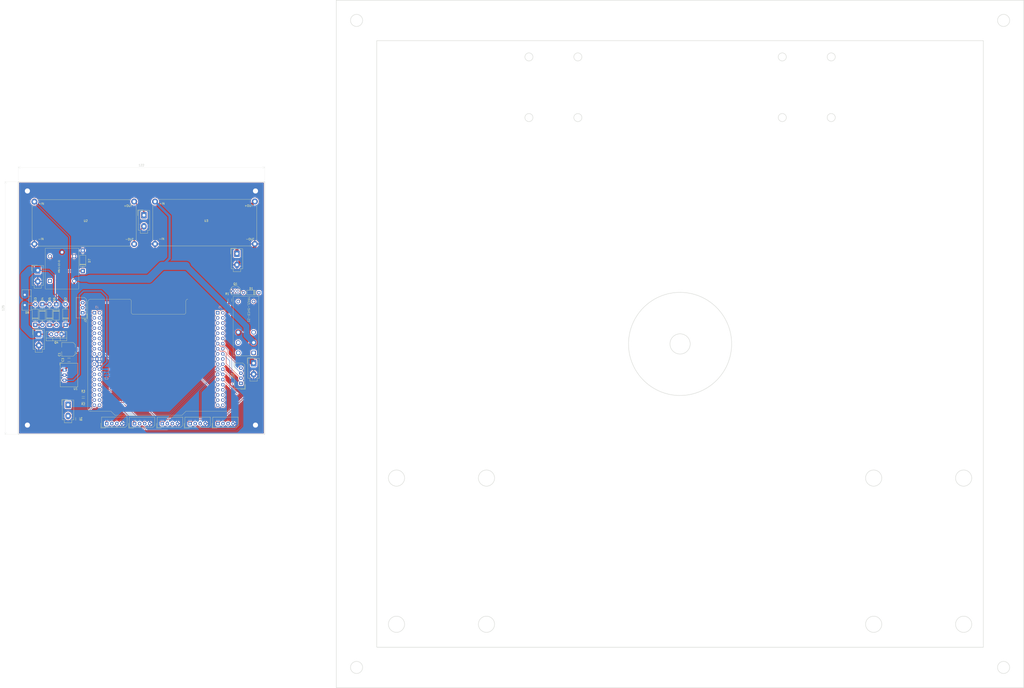
<source format=kicad_pcb>
(kicad_pcb (version 20241229) (generator "pcbnew") (generator_version "9.0")
  (layers (0 "F.Cu" signal) (2 "B.Cu" signal) (13 "F.Paste" user) (15 "B.Paste" user) (5 "F.SilkS" user "F.Silkscreen") (7 "B.SilkS" user "B.Silkscreen") (1 "F.Mask" user) (3 "B.Mask" user) (25 "Edge.Cuts" user))
  (net 0 "")
  (net 1 "GND")
  (net 2 "/MAIN_VCC")
  (net 3 "/Vout")
  (net 4 "/5V")
  (net 5 "Net-(D1-A)")
  (net 6 "/Relay_out")
  (net 7 "/UART1_RX")
  (net 8 "/UART3_RX")
  (net 13 "/Touch_in")
  (net 14 "/Switch_v")
  (net 15 "/Echo_3")
  (net 17 "/BAT+")
  (net 35 "/Echo_2")
  (net 36 "Net-(D2-K)")
  (net 44 "/Trig_4")
  (net 45 "/PWM1")
  (net 51 "/Trig_2")
  (net 54 "/DIR2")
  (net 55 "/Trig_3")
  (net 56 "/Trig_5")
  (net 58 "/PWM2")
  (net 61 "/Echo_4")
  (net 64 "/Echo_1")
  (net 69 "/Echo_5")
  (net 71 "/Trig_1")
  (net 73 "/DIR1")
  (net 74 "/Relay_sig")
  (net 77 "Net-(Q1-B)")
  (net 78 "/UART3_TX")
  (net 79 "/2F+")
  (net 80 "/4F-")
  (net 81 "/4F+")
  (net 82 "/STM_ADC")
  (net 85 "Net-(D3-K)")
  (net 86 "Net-(D4-K)")
  (net 87 "Net-(D5-K)")
  (net 88 "Net-(D6-K)")
  (net 89 "/CHG+")
  (footprint "XL4015:XL4015" (layer "F.Cu") (at -470.925 -54.25 180)
    (property "Reference" "U3")
    (property "Value" "XL4015")
  )
  (footprint "Diode_THT:D_DO-41_SOD81_P10.16mm_Horizontal" (layer "F.Cu") (at -540.525 -3.265 90)
    (property "Reference" "D2")
    (property "Value" "SR340" (hide yes))
  )
  (footprint "MountingHole:MountingHole_2.5mm_Pad" (layer "F.Cu") (at -446.6 -69.45)
    (property "Reference" "H2" (hide yes))
    (property "Value" "MountingHole" (hide yes))
  )
  (footprint "Resistor_SMD:R_1206_3216Metric" (layer "F.Cu") (at -459.274999 -15.457499 90)
    (property "Reference" "R1")
    (property "Value" "1k" (hide yes))
  )
  (footprint "Resistor_SMD:R_1206_3216Metric" (layer "F.Cu") (at -534.525 43.3 -90)
    (property "Reference" "R4")
    (property "Value" "10k" (hide yes))
  )
  (footprint "Connector_Molex:Molex_SPOX_5267-04A_1x04_P2.50mm_Vertical" (layer "F.Cu") (at -520.175 45.575)
    (property "Reference" "J6" (hide yes))
    (property "Value" "SR04_1")
  )
  (footprint "capstone:TRA2L-5VCD-Z" (layer "F.Cu") (at -451.325 -2.62 -90)
    (property "Reference" "TRA2L-5VCD-Z1")
    (property "Value" "~" (hide yes))
  )
  (footprint "Diode_THT:D_DO-35_SOD27_P7.62mm_Horizontal" (layer "F.Cu") (at -444.904999 -19.169999 180)
    (property "Reference" "D1")
    (property "Value" "1N4148" (hide yes))
  )
  (footprint "Diode_THT:D_DO-41_SOD81_P10.16mm_Horizontal" (layer "F.Cu") (at -555.475 -3.24 90)
    (property "Reference" "D3")
    (property "Value" "1N4007")
  )
  (footprint "Resistor_SMD:R_1206_3216Metric" (layer "F.Cu") (at -531.775 34.05 180)
    (property "Reference" "R2")
    (property "Value" "3k" (hide yes))
  )
  (footprint "Resistor_SMD:R_1206_3216Metric" (layer "F.Cu") (at -531.775 31.299999)
    (property "Reference" "R3")
    (property "Value" "11k" (hide yes))
  )
  (footprint "MountingHole:MountingHole_2.5mm_Pad" (layer "F.Cu") (at -559.4 46.35)
    (property "Reference" "H3" (hide yes))
    (property "Value" "MountingHole" (hide yes))
  )
  (footprint "Connector_Molex:Molex_Mini-Fit_Jr_5566-02A_2x01_P4.20mm_Vertical" (layer "F.Cu") (at -554.275 -30.2)
    (property "Reference" "J1" (hide yes))
    (property "Value" "12.8V Battery")
  )
  (footprint "Connector_Molex:Molex_Mini-Fit_Jr_5566-02A_2x01_P4.20mm_Vertical" (layer "F.Cu") (at -553.775 1.405)
    (property "Reference" "J4" (hide yes))
    (property "Value" "14.6V Charge")
  )
  (footprint "Connector_Molex:Molex_SPOX_5267-04A_1x04_P2.50mm_Vertical" (layer "F.Cu") (at -492.675 45.6)
    (property "Reference" "J8" (hide yes))
    (property "Value" "SR04_3")
  )
  (footprint "Connector_Molex:Molex_SPOX_5267-04A_1x04_P2.50mm_Vertical" (layer "F.Cu") (at -453.775 25.7 90)
    (property "Reference" "J12")
    (property "Value" "drive_ctrl")
  )
  (footprint "Connector_Molex:Molex_SPOX_5267-04A_1x04_P2.50mm_Vertical" (layer "F.Cu") (at -478.925 45.6)
    (property "Reference" "J9" (hide yes))
    (property "Value" "SR04_4")
  )
  (footprint "Converter_DCDC:Converter_DCDC_RECOM_R-78E-0.5_THT" (layer "F.Cu") (at -541.075 19.1025 -90)
    (property "Reference" "U1")
    (property "Value" "R-78C9.0-1.0")
  )
  (footprint "Package_TO_SOT_THT:TO-220-2_Vertical" (layer "F.Cu") (at -560.7 -18.09 -90)
    (property "Reference" "D8")
    (property "Value" "MBR1060")
  )
  (footprint "XL4015:XL4015" (layer "F.Cu") (at -530.6 -54.2 180)
    (property "Reference" "U2")
    (property "Value" "XL4015")
  )
  (footprint "Connector_Molex:Molex_SPOX_5267-04A_1x04_P2.50mm_Vertical" (layer "F.Cu") (at -465.175 45.6)
    (property "Reference" "J10" (hide yes))
    (property "Value" "SR04_5")
  )
  (footprint "Diode_THT:D_DO-41_SOD81_P10.16mm_Horizontal" (layer "F.Cu") (at -532.025 -29.87 90)
    (property "Reference" "D7")
    (property "Value" "1N4007" (hide yes))
  )
  (footprint "Diode_THT:D_DO-41_SOD81_P10.16mm_Horizontal" (layer "F.Cu") (at -545.075 -13.4 -90)
    (property "Reference" "D6")
    (property "Value" "1N4007")
  )
  (footprint "Connector_Molex:Molex_Mini-Fit_Jr_5566-02A_2x01_P4.20mm_Vertical" (layer "F.Cu") (at -539.275 36.3)
    (property "Reference" "J16" (hide yes))
    (property "Value" "switch")
  )
  (footprint "Connector_Molex:Molex_SPOX_5267-04A_1x04_P2.50mm_Vertical" (layer "F.Cu") (at -506.425 45.6)
    (property "Reference" "J7" (hide yes))
    (property "Value" "SR04_2")
  )
  (footprint "Package_TO_SOT_THT:TO-220-3_Vertical" (layer "F.Cu") (at -542.525 1.405 180)
    (property "Reference" "Q4")
    (property "Value" "IRF9540N")
  )
  (footprint "Capacitor_SMD:C_1206_3216Metric" (layer "F.Cu") (at -538.8425 14.1025 180)
    (property "Reference" "C3")
    (property "Value" "10uF" (hide yes))
  )
  (footprint "Capacitor_SMD:CP_Elec_6.3x5.3" (layer "F.Cu") (at -539.075 8.905 180)
    (property "Reference" "C1")
    (property "Value" "100uF" (hide yes))
  )
  (footprint "Connector_Molex:Molex_Mini-Fit_Jr_5566-02A_2x01_P4.20mm_Vertical" (layer "F.Cu") (at -501.775 -57.45)
    (property "Reference" "J15" (hide yes))
    (property "Value" "4F_POWER")
  )
  (footprint "Connector_Molex:Molex_SPOX_5267-03A_1x03_P2.50mm_Vertical" (layer "F.Cu") (at -532.075 -9.2 90)
    (property "Reference" "J2")
    (property "Value" "UART" (hide yes))
  )
  (footprint "capstone:MPB-S-112-C" (layer "F.Cu") (at -542.275 -31.05 90)
    (property "Reference" "MPB-S-112-C1")
    (property "Value" "~" (hide yes))
  )
  (footprint "MountingHole:MountingHole_2.5mm_Pad" (layer "F.Cu") (at -559.4 -69.45)
    (property "Reference" "H1" (hide yes))
    (property "Value" "MountingHole" (hide yes))
  )
  (footprint "Diode_THT:D_DO-41_SOD81_P10.16mm_Horizontal" (layer "F.Cu") (at -548.475 -3.24 90)
    (property "Reference" "D5")
    (property "Value" "1N4007")
  )
  (footprint "Connector_Molex:Molex_Mini-Fit_Jr_5566-02A_2x01_P4.20mm_Vertical" (layer "F.Cu") (at -447.525 15.7)
    (property "Reference" "J11" (hide yes))
    (property "Value" "drive_VB")
  )
  (footprint "Package_TO_SOT_THT:TO-92_Inline" (layer "F.Cu") (at -457.774999 -19.919999)
    (property "Reference" "Q1")
    (property "Value" "2N3904" (hide yes))
  )
  (footprint "Diode_THT:D_DO-41_SOD81_P10.16mm_Horizontal" (layer "F.Cu") (at -551.975 -13.4 -90)
    (property "Reference" "D4")
    (property "Value" "1N4007")
  )
  (footprint "Connector_Molex:Molex_Mini-Fit_Jr_5566-02A_2x01_P4.20mm_Vertical" (layer "F.Cu") (at -455.775 -38.45)
    (property "Reference" "J14" (hide yes))
    (property "Value" "2F_POWER")
  )
  (footprint "MountingHole:MountingHole_2.5mm_Pad" (layer "F.Cu") (at -446.6 46.35)
    (property "Reference" "H4" (hide yes))
    (property "Value" "MountingHole" (hide yes))
  )
  (footprint "Connector_PinSocket_2.54mm:PinSocket_2x19_P2.54mm_Vertical" (layer "B.Cu") (at -465.314999 -9.209999 180)
    (property "Reference" "J5")
    (property "Value" "CN10")
  )
  (footprint "Capacitor_SMD:C_1206_3216Metric" (layer "B.Cu") (at -520.274999 20.205 -90)
    (property "Reference" "C2")
    (property "Value" "10uF" (hide yes))
  )
  (footprint "Connector_PinSocket_2.54mm:PinSocket_2x19_P2.54mm_Vertical" (layer "B.Cu") (at -526.274999 -9.209999 180)
    (property "Reference" "J3")
    (property "Value" "CN7")
  )
  (gr_line (start -507.024999 -8.449999) (end -482.024999 -8.449999) (stroke (width 0.1)) (layer "F.SilkS"))
  (gr_arc (start -481.024999 -9.449999) (mid -481.317892 -8.742892) (end -482.024999 -8.449999) (stroke (width 0.1)) (layer "F.SilkS"))
  (gr_arc (start -459.524999 38.050001) (mid -459.964339 39.110661) (end -461.024999 39.550001) (stroke (width 0.1)) (layer "F.SilkS"))
  (gr_line (start -529.524999 -14.449999) (end -529.524999 38.050001) (stroke (width 0.1)) (layer "F.SilkS"))
  (gr_line (start -483.024999 41.550001) (end -481.024999 39.550001) (stroke (width 0.1)) (layer "F.SilkS"))
  (gr_line (start -481.024999 -9.449999) (end -481.024999 -14.949999) (stroke (width 0.1)) (layer "F.SilkS"))
  (gr_line (start -518.024999 39.550001) (end -516.024999 41.550001) (stroke (width 0.1)) (layer "F.SilkS"))
  (gr_line (start -528.024999 39.550001) (end -518.024999 39.550001) (stroke (width 0.1)) (layer "F.SilkS"))
  (gr_line (start -481.024999 39.550001) (end -461.024999 39.550001) (stroke (width 0.1)) (layer "F.SilkS"))
  (gr_arc (start -529.524999 -14.449999) (mid -529.085659 -15.510659) (end -528.024999 -15.949999) (stroke (width 0.1)) (layer "F.SilkS"))
  (gr_arc (start -507.024999 -8.449999) (mid -507.732106 -8.742892) (end -508.024999 -9.449999) (stroke (width 0.1)) (layer "F.SilkS"))
  (gr_line (start -508.024999 -14.949999) (end -508.024999 -9.449999) (stroke (width 0.1)) (layer "F.SilkS"))
  (gr_line (start -528.024999 -15.949999) (end -509.024999 -15.949999) (stroke (width 0.1)) (layer "F.SilkS"))
  (gr_arc (start -509.024999 -15.949999) (mid -508.317892 -15.657106) (end -508.024999 -14.949999) (stroke (width 0.1)) (layer "F.SilkS"))
  (gr_arc (start -481.024999 -14.949999) (mid -480.732106 -15.657106) (end -480.024999 -15.949999) (stroke (width 0.1)) (layer "F.SilkS"))
  (gr_arc (start -528.024999 39.550001) (mid -529.085659 39.110661) (end -529.524999 38.050001) (stroke (width 0.1)) (layer "F.SilkS"))
  (gr_line (start -516.024999 41.550001) (end -483.024999 41.550001) (stroke (width 0.1)) (layer "F.SilkS"))
  (gr_circle (center -140.85 72.55) (end -144.85 72.55) (stroke (width 0.2)) (fill no) (layer "Edge.Cuts"))
  (gr_circle (center -236.6 6.2) (end -236.61 6.2) (stroke (width 0.0001)) (fill yes) (layer "Edge.Cuts"))
  (gr_circle (center -376.85 72.55) (end -380.85 72.55) (stroke (width 0.2)) (fill no) (layer "Edge.Cuts"))
  (gr_line (start -406.6 -163.8) (end -406.6 176.2) (stroke (width 0.2)) (layer "Edge.Cuts"))
  (gr_circle (center -76.599998 166.200002) (end -79.599998 166.200002) (stroke (width 0.2)) (fill no) (layer "Edge.Cuts"))
  (gr_circle (center -332.35 72.55) (end -336.35 72.55) (stroke (width 0.2)) (fill no) (layer "Edge.Cuts"))
  (gr_circle (center -376.85 144.85) (end -380.85 144.85) (stroke (width 0.2)) (fill no) (layer "Edge.Cuts"))
  (gr_circle (center -236.6 6.2) (end -262.1 6.2) (stroke (width 0.2)) (fill no) (layer "Edge.Cuts"))
  (gr_circle (center -161.85 -135.75) (end -163.85 -135.75) (stroke (width 0.2)) (fill no) (layer "Edge.Cuts"))
  (gr_circle (center -396.6 -153.8) (end -399.6 -153.8) (stroke (width 0.2)) (fill no) (layer "Edge.Cuts"))
  (gr_circle (center -236.6 6.2) (end -236.61 6.2) (stroke (width 0.0001)) (fill yes) (layer "Edge.Cuts"))
  (gr_circle (center -96.35 144.85) (end -100.35 144.85) (stroke (width 0.2)) (fill no) (layer "Edge.Cuts"))
  (gr_circle (center -332.35 144.85) (end -336.35 144.85) (stroke (width 0.2)) (fill no) (layer "Edge.Cuts"))
  (gr_circle (center -311.35 -135.75) (end -313.35 -135.75) (stroke (width 0.2)) (fill no) (layer "Edge.Cuts"))
  (gr_circle (center -236.6 6.2) (end -236.61 6.2) (stroke (width 0.0001)) (fill yes) (layer "Edge.Cuts"))
  (gr_line (start -66.6 -163.8) (end -406.6 -163.8) (stroke (width 0.2)) (layer "Edge.Cuts"))
  (gr_circle (center -96.35 72.55) (end -100.35 72.55) (stroke (width 0.2)) (fill no) (layer "Edge.Cuts"))
  (gr_circle (center -76.6 -153.8) (end -79.6 -153.8) (stroke (width 0.2)) (fill no) (layer "Edge.Cuts"))
  (gr_line (start -66.6 176.2) (end -66.6 -163.8) (stroke (width 0.2)) (layer "Edge.Cuts"))
  (gr_circle (center -287.15 -135.75) (end -289.15 -135.75) (stroke (width 0.2)) (fill no) (layer "Edge.Cuts"))
  (gr_circle (center -161.85 -105.75) (end -163.85 -105.75) (stroke (width 0.2)) (fill no) (layer "Edge.Cuts"))
  (gr_rect (start -386.6 -143.8) (end -86.6 156.2) (stroke (width 0.2)) (fill no) (layer "Edge.Cuts"))
  (gr_circle (center -236.6 6.2) (end -241.6 6.2) (stroke (width 0.2)) (fill no) (layer "Edge.Cuts"))
  (gr_circle (center -186.05 -105.75) (end -188.05 -105.75) (stroke (width 0.2)) (fill no) (layer "Edge.Cuts"))
  (gr_circle (center -140.85 144.85) (end -144.85 144.85) (stroke (width 0.2)) (fill no) (layer "Edge.Cuts"))
  (gr_circle (center -396.6 166.2) (end -399.6 166.2) (stroke (width 0.2)) (fill no) (layer "Edge.Cuts"))
  (gr_circle (center -186.05 -135.75) (end -188.05 -135.75) (stroke (width 0.2)) (fill no) (layer "Edge.Cuts"))
  (gr_circle (center -311.35 -105.75) (end -313.35 -105.75) (stroke (width 0.2)) (fill no) (layer "Edge.Cuts"))
  (gr_rect (start -564 -74.05) (end -442 50.95) (stroke (width 0.2)) (fill no) (layer "Edge.Cuts"))
  (gr_line (start -406.6 176.2) (end -66.6 176.2) (stroke (width 0.2)) (layer "Edge.Cuts"))
  (gr_circle (center -287.15 -105.75) (end -289.15 -105.75) (stroke (width 0.2)) (fill no) (layer "Edge.Cuts"))
  (dimension (type orthogonal) (layer "Edge.Cuts") (pts (xy -564 -74.05) (xy -564 50.95)) (height -6.25) (orientation 1) (format (prefix "") (suffix "") (units 3) (units_format 0) (precision 4) (suppress_zeroes yes)) (style (thickness 0.05) (arrow_length 1.27) (text_position_mode 0) (arrow_direction outward) (extension_height 0.58642) (extension_offset 0.5) (keep_text_aligned yes)) (gr_text "125" (at -571.4 -11.55 90) (layer "Edge.Cuts") (effects (font (size 1 1) (thickness 0.15)))))
  (dimension (type orthogonal) (layer "Edge.Cuts") (pts (xy -564 -74.05) (xy -442 -74.05)) (height -7) (orientation 0) (format (prefix "") (suffix "") (units 3) (units_format 0) (precision 4) (suppress_zeroes yes)) (style (thickness 0.05) (arrow_length 1.27) (text_position_mode 0) (arrow_direction outward) (extension_height 0.58642) (extension_offset 0.5) (keep_text_aligned yes)) (gr_text "122" (at -503 -82.2 0) (layer "Edge.Cuts") (effects (font (size 1 1) (thickness 0.15)))))
  (segment (start -446.925 -41.8) (end -455.775 -32.95) (width 1.5) (layer "F.Cu") (net 1))
  (segment (start -446.925 -43.25) (end -446.925 -41.8) (width 1.5) (layer "F.Cu") (net 1))
  (segment (start -544.075 27.2) (end -539.975 31.3) (width 0.8) (layer "F.Cu") (net 2))
  (segment (start -541.075 19.1025) (end -542.2775 19.1025) (width 0.8) (layer "F.Cu") (net 2))
  (segment (start -537.3675 9.9975) (end -537.3675 14.1025) (width 0.8) (layer "F.Cu") (net 2))
  (segment (start -539.975 31.3) (end -533.237501 31.3) (width 0.8) (layer "F.Cu") (net 2))
  (segment (start -537.3675 14.1025) (end -537.3675 15.395) (width 0.8) (layer "F.Cu") (net 2))
  (segment (start -537.3675 15.395) (end -541.075 19.1025) (width 0.8) (layer "F.Cu") (net 2))
  (segment (start -536.275 8.905) (end -537.3675 9.9975) (width 0.8) (layer "F.Cu") (net 2))
  (segment (start -544.075 20.9) (end -544.075 27.2) (width 0.8) (layer "F.Cu") (net 2))
  (segment (start -536.275 -24.95) (end -536.275 8.905) (width 0.8) (layer "F.Cu") (net 2))
  (segment (start -533.237501 31.3) (end -533.2375 31.299999) (width 0.8) (layer "F.Cu") (net 2))
  (segment (start -542.2775 19.1025) (end -544.075 20.9) (width 0.8) (layer "F.Cu") (net 2))
  (segment (start -492.875 -32.4) (end -480.975 -32.4) (width 4) (layer "B.Cu") (net 2))
  (segment (start -492.875 -32.4) (end -499.275 -26) (width 4) (layer "B.Cu") (net 2))
  (segment (start -451.075 -2.5) (end -451.075 1.98) (width 3) (layer "B.Cu") (net 2))
  (segment (start -451.075 1.98) (end -447.525 5.53) (width 3) (layer "B.Cu") (net 2))
  (segment (start -489.075 -36.2) (end -492.875 -32.4) (width 1.2) (layer "B.Cu") (net 2))
  (segment (start -535.225 -26) (end -532.675 -26) (width 2) (layer "B.Cu") (net 2))
  (segment (start -480.975 -32.4) (end -451.075 -2.5) (width 3) (layer "B.Cu") (net 2))
  (segment (start -489.075 -57) (end -489.075 -36.2) (width 1.2) (layer "B.Cu") (net 2))
  (segment (start -496.275 -64.2) (end -489.075 -57) (width 1.2) (layer "B.Cu") (net 2))
  (segment (start -499.275 -26) (end -528.575 -26) (width 4) (layer "B.Cu") (net 2))
  (segment (start -528.575 -26) (end -532.675 -26) (width 3) (layer "B.Cu") (net 2))
  (segment (start -536.275 -24.95) (end -535.225 -26) (width 2) (layer "B.Cu") (net 2))
  (segment (start -522.875 -20) (end -520.075 -17.2) (width 0.8) (layer "B.Cu") (net 3))
  (segment (start -520.075 15.070002) (end -523.734999 18.730001) (width 0.8) (layer "B.Cu") (net 3))
  (segment (start -533.775 21.2) (end -533.775 -17.9) (width 0.8) (layer "B.Cu") (net 3))
  (segment (start -523.734999 18.730001) (end -520.274999 18.73) (width 0.8) (layer "B.Cu") (net 3))
  (segment (start -533.775 -17.9) (end -531.675 -20) (width 0.8) (layer "B.Cu") (net 3))
  (segment (start -536.7575 24.1825) (end -533.775 21.2) (width 0.8) (layer "B.Cu") (net 3))
  (segment (start -531.675 -20) (end -522.875 -20) (width 0.8) (layer "B.Cu") (net 3))
  (segment (start -520.075 -17.2) (end -520.075 15.070002) (width 0.8) (layer "B.Cu") (net 3))
  (segment (start -541.075 24.1825) (end -536.7575 24.1825) (width 0.8) (layer "B.Cu") (net 3))
  (segment (start -518.475 33.7) (end -518.475 41.4) (width 0.3) (layer "F.Cu") (net 4))
  (segment (start -518.475 32.7) (end -518.475 33.7) (width 0.3) (layer "F.Cu") (net 4))
  (segment (start -481.075 43.45) (end -490.525 43.45) (width 0.3) (layer "F.Cu") (net 4))
  (segment (start -465.175 45.6) (end -443.775 24.2) (width 0.3) (layer "F.Cu") (net 4))
  (segment (start -465.275 45.6) (end -465.175 45.6) (width 0.2) (layer "F.Cu") (net 4))
  (segment (start -467.325 43.45) (end -476.775 43.45) (width 0.3) (layer "F.Cu") (net 4))
  (segment (start -516.125 35.05) (end -518.475 32.7) (width 0.3) (layer "F.Cu") (net 4))
  (segment (start -444.904999 -17.390001) (end -444.904999 -19.169999) (width 0.2) (layer "F.Cu") (net 4))
  (segment (start -476.775 43.45) (end -478.925 45.6) (width 0.3) (layer "F.Cu") (net 4))
  (segment (start -490.525 43.45) (end -492.675 45.6) (width 0.3) (layer "F.Cu") (net 4))
  (segment (start -443.775 -11.02) (end -447.525 -14.77) (width 0.3) (layer "F.Cu") (net 4))
  (segment (start -523.734999 8.570001) (end -518.475 13.83) (width 0.3) (layer "F.Cu") (net 4))
  (segment (start -518.475 25.4) (end -518.475 32.7) (width 0.3) (layer "F.Cu") (net 4))
  (segment (start -518.475 13.83) (end -518.475 25.4) (width 0.3) (layer "F.Cu") (net 4))
  (segment (start -492.675 45.6) (end -503.225 35.05) (width 0.3) (layer "F.Cu") (net 4))
  (segment (start -443.775 24.2) (end -443.775 -11.02) (width 0.3) (layer "F.Cu") (net 4))
  (segment (start -447.525 -14.77) (end -444.904999 -17.390001) (width 0.2) (layer "F.Cu") (net 4))
  (segment (start -503.225 35.05) (end -516.125 35.05) (width 0.3) (layer "F.Cu") (net 4))
  (segment (start -518.475 41.4) (end -520.175 43.1) (width 0.3) (layer "F.Cu") (net 4))
  (segment (start -478.925 45.6) (end -481.075 43.45) (width 0.3) (layer "F.Cu") (net 4))
  (segment (start -506.425 45.6) (end -506.425 44.75) (width 0.3) (layer "F.Cu") (net 4))
  (segment (start -465.175 45.6) (end -467.325 43.45) (width 0.3) (layer "F.Cu") (net 4))
  (segment (start -506.425 44.75) (end -516.125 35.05) (width 0.3) (layer "F.Cu") (net 4))
  (segment (start -520.175 43.1) (end -520.175 45.575) (width 0.3) (layer "F.Cu") (net 4))
  (segment (start -452.524999 -17.370001) (end -455.125 -14.77) (width 0.2) (layer "F.Cu") (net 5))
  (segment (start -455.234999 -19.919999) (end -453.274999 -19.919999) (width 0.2) (layer "F.Cu") (net 5))
  (segment (start -453.274999 -19.919999) (end -452.524999 -19.169999) (width 0.2) (layer "F.Cu") (net 5))
  (segment (start -452.524999 -19.169999) (end -452.524999 -17.370001) (width 0.2) (layer "F.Cu") (net 5))
  (segment (start -451.675 11.55) (end -447.525 15.7) (width 3) (layer "F.Cu") (net 6))
  (segment (start -452.775 2.8) (end -451.675 3.9) (width 3) (layer "F.Cu") (net 6))
  (segment (start -451.675 3.9) (end -451.675 11.55) (width 3) (layer "F.Cu") (net 6))
  (segment (start -455.125 0.45) (end -452.775 2.8) (width 3) (layer "F.Cu") (net 6))
  (segment (start -465.314999 31.430001) (end -503.075 -6.33) (width 0.2) (layer "F.Cu") (net 7))
  (segment (start -510.945 -14.2) (end -503.075 -6.33) (width 0.2) (layer "F.Cu") (net 7))
  (segment (start -532.075 -14.2) (end -510.945 -14.2) (width 0.2) (layer "F.Cu") (net 7))
  (segment (start -523.734999 -9.209999) (end -526.225 -11.7) (width 0.2) (layer "F.Cu") (net 8))
  (segment (start -526.225 -11.7) (end -532.075 -11.7) (width 0.2) (layer "F.Cu") (net 8))
  (segment (start -539.275 41.8) (end -534.5625 41.8) (width 0.2) (layer "F.Cu") (net 13))
  (segment (start -534.525 41.8375) (end -531.602498 41.8375) (width 0.2) (layer "F.Cu") (net 13))
  (segment (start -534.5625 41.8) (end -534.525 41.8375) (width 0.2) (layer "F.Cu") (net 13))
  (segment (start -531.602498 41.8375) (end -526.274999 36.510001) (width 0.2) (layer "F.Cu") (net 13))
  (segment (start -537.375 38.2) (end -539.275 36.3) (width 0.2) (layer "B.Cu") (net 14))
  (segment (start -523.734999 36.510001) (end -525.424998 38.2) (width 0.2) (layer "B.Cu") (net 14))
  (segment (start -525.424998 38.2) (end -537.375 38.2) (width 0.2) (layer "B.Cu") (net 14))
  (segment (start -490.275 48.2) (end -520.525 48.2) (width 0.2) (layer "F.Cu") (net 15))
  (segment (start -520.525 48.2) (end -522.025 46.7) (width 0.2) (layer "F.Cu") (net 15))
  (segment (start -487.675 45.6) (end -490.275 48.2) (width 0.2) (layer "F.Cu") (net 15))
  (segment (start -522.025 28.06) (end -523.734999 26.350001) (width 0.2) (layer "F.Cu") (net 15))
  (segment (start -522.025 46.7) (end -522.025 28.06) (width 0.2) (layer "F.Cu") (net 15))
  (segment (start -551.875 -40.4) (end -543.525 -40.4) (width 3) (layer "F.Cu") (net 17))
  (segment (start -554.275 -30.2) (end -554.275 -38) (width 3) (layer "F.Cu") (net 17))
  (segment (start -543.525 -40.4) (end -542.275 -39.15) (width 3) (layer "F.Cu") (net 17))
  (segment (start -554.275 -38) (end -551.875 -40.4) (width 3) (layer "F.Cu") (net 17))
  (segment (start -558.175 -30.2) (end -560.7 -27.675) (width 4) (layer "B.Cu") (net 17))
  (segment (start -546.025 -27.45) (end -546.025 -18.675) (width 0.5) (layer "B.Cu") (net 17))
  (segment (start -554.275 -30.2) (end -548.775 -30.2) (width 0.5) (layer "B.Cu") (net 17))
  (segment (start -560.7 -27.675) (end -560.7 -18.09) (width 4) (layer "B.Cu") (net 17))
  (segment (start -546.025 -18.675) (end -540.775 -13.425) (width 0.5) (layer "B.Cu") (net 17))
  (segment (start -554.275 -30.2) (end -558.175 -30.2) (width 3) (layer "B.Cu") (net 17))
  (segment (start -548.775 -30.2) (end -546.025 -27.45) (width 0.5) (layer "B.Cu") (net 17))
  (segment (start -511.025 36.52) (end -504.645 42.9) (width 0.2) (layer "F.Cu") (net 35))
  (segment (start -504.125 42.9) (end -501.425 45.6) (width 0.2) (layer "F.Cu") (net 35))
  (segment (start -504.645 42.9) (end -504.125 42.9) (width 0.2) (layer "F.Cu") (net 35))
  (via (at -511.025 36.52) (size 0.6) (drill 0.3) (layers "F.Cu" "B.Cu") (net 35))
  (segment (start -511.025 36.52) (end -523.734999 23.810001) (width 0.2) (layer "B.Cu") (net 35))
  (segment (start -545.065 1.405) (end -545.065 1.275) (width 0.2) (layer "F.Cu") (net 36))
  (segment (start -545.065 1.275) (end -540.525 -3.265) (width 0.5) (layer "F.Cu") (net 36))
  (segment (start -540.525 -3.265) (end -539.425001 -3.265) (width 0.5) (layer "B.Cu") (net 36))
  (segment (start -538.575 -46.775) (end -555.95 -64.15) (width 0.5) (layer "B.Cu") (net 36))
  (segment (start -539.425001 -3.265) (end -538.575 -4.115001) (width 0.5) (layer "B.Cu") (net 36))
  (segment (start -538.575 -4.115001) (end -538.575 -46.775) (width 0.5) (layer "B.Cu") (net 36))
  (segment (start -455.78 30.805) (end -462.774999 23.810001) (width 0.2) (layer "F.Cu") (net 44))
  (via (at -455.78 30.805) (size 0.6) (drill 0.3) (layers "F.Cu" "B.Cu") (net 44))
  (segment (start -456.65 48.4) (end -473.625 48.4) (width 0.2) (layer "B.Cu") (net 44))
  (segment (start -454.275 46.025) (end -456.65 48.4) (width 0.2) (layer "B.Cu") (net 44))
  (segment (start -454.275 32.31) (end -454.275 46.025) (width 0.2) (layer "B.Cu") (net 44))
  (segment (start -473.625 48.4) (end -476.425 45.6) (width 0.2) (layer "B.Cu") (net 44))
  (segment (start -455.78 30.805) (end -454.275 32.31) (width 0.2) (layer "B.Cu") (net 44))
  (segment (start -461.025 15.95) (end -453.775 23.2) (width 0.2) (layer "F.Cu") (net 45))
  (segment (start -461.025 10.7) (end -461.025 15.95) (width 0.2) (layer "F.Cu") (net 45))
  (segment (start -461.925 9.8) (end -461.025 10.7) (width 0.2) (layer "F.Cu") (net 45))
  (segment (start -464.085 9.8) (end -461.925 9.8) (width 0.2) (layer "F.Cu") (net 45))
  (segment (start -465.314999 8.570001) (end -464.085 9.8) (width 0.2) (layer "F.Cu") (net 45))
  (segment (start -458.025 26) (end -458.025 23.45) (width 0.2) (layer "F.Cu") (net 51))
  (segment (start -462.744999 18.730001) (end -462.774999 18.730001) (width 0.2) (layer "F.Cu") (net 51))
  (segment (start -458.025 23.45) (end -462.744999 18.730001) (width 0.2) (layer "F.Cu") (net 51))
  (via (at -458.025 26) (size 0.6) (drill 0.3) (layers "F.Cu" "B.Cu") (net 51))
  (segment (start -458.025 26) (end -458.025 27.2) (width 0.2) (layer "B.Cu") (net 51))
  (segment (start -458.025 27.2) (end -453.275 31.95) (width 0.2) (layer "B.Cu") (net 51))
  (segment (start -455.775 49.3) (end -500.225 49.3) (width 0.2) (layer "B.Cu") (net 51))
  (segment (start -453.275 31.95) (end -453.275 46.8) (width 0.2) (layer "B.Cu") (net 51))
  (segment (start -500.225 49.3) (end -503.925 45.6) (width 0.2) (layer "B.Cu") (net 51))
  (segment (start -453.275 46.8) (end -455.775 49.3) (width 0.2) (layer "B.Cu") (net 51))
  (segment (start -457.175 9.09) (end -462.774999 3.490001) (width 0.2) (layer "B.Cu") (net 54))
  (segment (start -462.774999 3.490001) (end -462.774999 3.752761) (width 0.2) (layer "B.Cu") (net 54))
  (segment (start -457.175 17.3) (end -457.175 9.09) (width 0.2) (layer "B.Cu") (net 54))
  (segment (start -453.775 20.7) (end -457.175 17.3) (width 0.2) (layer "B.Cu") (net 54))
  (segment (start -466.275 19.95) (end -464.095 19.95) (width 0.2) (layer "B.Cu") (net 55))
  (segment (start -490.175 43.85) (end -466.275 19.95) (width 0.2) (layer "B.Cu") (net 55))
  (segment (start -490.175 45.6) (end -490.175 43.85) (width 0.2) (layer "B.Cu") (net 55))
  (segment (start -464.095 19.95) (end -462.774999 21.270001) (width 0.2) (layer "B.Cu") (net 55))
  (segment (start -462.675 45.6) (end -460.075 43) (width 0.2) (layer "B.Cu") (net 56))
  (segment (start -460.075 43) (end -460.075 29.05) (width 0.2) (layer "B.Cu") (net 56))
  (segment (start -460.075 29.05) (end -462.774999 26.350001) (width 0.2) (layer "B.Cu") (net 56))
  (segment (start -464.045 7.3) (end -465.314999 6.030001) (width 0.2) (layer "F.Cu") (net 58))
  (segment (start -460.475 11.5) (end -460.475 9) (width 0.2) (layer "F.Cu") (net 58))
  (segment (start -453.775 18.2) (end -460.475 11.5) (width 0.2) (layer "F.Cu") (net 58))
  (segment (start -462.175 7.3) (end -464.045 7.3) (width 0.2) (layer "F.Cu") (net 58))
  (segment (start -460.475 9) (end -462.175 7.3) (width 0.2) (layer "F.Cu") (net 58))
  (segment (start -473.925 45.6) (end -473.925 29.880002) (width 0.2) (layer "B.Cu") (net 61))
  (segment (start -473.925 29.880002) (end -465.314999 21.270001) (width 0.2) (layer "B.Cu") (net 61))
  (segment (start -515.175 45.575) (end -510.7 41.1) (width 0.2) (layer "B.Cu") (net 64))
  (segment (start -466.305001 18.730001) (end -465.314999 18.730001) (width 0.2) (layer "B.Cu") (net 64))
  (segment (start -488.675 41.1) (end -466.305001 18.730001) (width 0.2) (layer "B.Cu") (net 64))
  (segment (start -510.7 41.1) (end -488.675 41.1) (width 0.2) (layer "B.Cu") (net 64))
  (segment (start -459.275 14.61) (end -462.774999 11.110001) (width 0.2) (layer "B.Cu") (net 69))
  (segment (start -460.175 45.6) (end -459.275 44.7) (width 0.2) (layer "B.Cu") (net 69))
  (segment (start -459.275 44.7) (end -459.275 14.61) (width 0.2) (layer "B.Cu") (net 69))
  (segment (start -512.5 40.4) (end -488.975 40.4) (width 0.2) (layer "B.Cu") (net 71))
  (segment (start -466.075 17.5) (end -464.084998 17.5) (width 0.2) (layer "B.Cu") (net 71))
  (segment (start -517.675 45.575) (end -512.5 40.4) (width 0.2) (layer "B.Cu") (net 71))
  (segment (start -488.975 40.4) (end -466.075 17.5) (width 0.2) (layer "B.Cu") (net 71))
  (segment (start -464.084998 17.5) (end -462.774999 16.190001) (width 0.2) (layer "B.Cu") (net 71))
  (segment (start -453.775 25.7) (end -458.275 21.2) (width 0.2) (layer "B.Cu") (net 73))
  (segment (start -458.275 21.2) (end -458.275 10.53) (width 0.2) (layer "B.Cu") (net 73))
  (segment (start -458.275 10.53) (end -462.774999 6.030001) (width 0.2) (layer "B.Cu") (net 73))
  (segment (start -459.274999 -7.629999) (end -462.774999 -4.129999) (width 0.2) (layer "F.Cu") (net 74))
  (segment (start -459.274999 -13.994999) (end -459.274999 -7.629999) (width 0.2) (layer "F.Cu") (net 74))
  (segment (start -458.399999 -16.919999) (end -456.504999 -18.814999) (width 0.2) (layer "F.Cu") (net 77))
  (segment (start -456.504999 -18.814999) (end -456.504999 -19.919999) (width 0.2) (layer "F.Cu") (net 77))
  (segment (start -459.274999 -16.919999) (end -458.399999 -16.919999) (width 0.2) (layer "F.Cu") (net 77))
  (segment (start -526.274999 -9.209999) (end -532.065001 -9.209999) (width 0.2) (layer "F.Cu") (net 78))
  (segment (start -526.284998 -9.2) (end -526.274999 -9.209999) (width 0.2) (layer "F.Cu") (net 78))
  (segment (start -532.065001 -9.209999) (end -532.075 -9.2) (width 0.2) (layer "F.Cu") (net 78))
  (segment (start -455.775 -38.45) (end -455.775 -55.4) (width 1.5) (layer "F.Cu") (net 79))
  (segment (start -455.775 -55.4) (end -446.925 -64.25) (width 1.5) (layer "F.Cu") (net 79))
  (segment (start -506.6 -43.2) (end -506.6 -47.125) (width 0.5) (layer "F.Cu") (net 80))
  (segment (start -506.6 -47.125) (end -501.775 -51.95) (width 0.5) (layer "F.Cu") (net 80))
  (segment (start -501.775 -59.375) (end -506.6 -64.2) (width 0.5) (layer "F.Cu") (net 81))
  (segment (start -501.775 -57.45) (end -501.775 -59.375) (width 0.5) (layer "F.Cu") (net 81))
  (segment (start -530.3125 31.299999) (end -527.642498 33.970001) (width 0.2) (layer "F.Cu") (net 82))
  (segment (start -530.3125 31.299999) (end -530.3125 34.05) (width 0.2) (layer "F.Cu") (net 82))
  (segment (start -527.642498 33.970001) (end -526.274999 33.970001) (width 0.2) (layer "F.Cu") (net 82))
  (segment (start -555.475 -3.24) (end -551.975 -3.24) (width 0.5) (layer "F.Cu") (net 85))
  (segment (start -551.985 -13.48) (end -551.975 -13.47) (width 0.2) (layer "F.Cu") (net 86))
  (segment (start -548.475 -13.48) (end -548.424 -13.531) (width 0.2) (layer "F.Cu") (net 86))
  (segment (start -551.975 -13.4) (end -548.475 -13.4) (width 0.5) (layer "F.Cu") (net 86))
  (segment (start -548.485 -3.31) (end -548.475 -3.32) (width 0.2) (layer "F.Cu") (net 87))
  (segment (start -548.475 -3.24) (end -545.075 -3.24) (width 0.5) (layer "F.Cu") (net 87))
  (segment (start -540.605 -29.87) (end -545.075 -25.4) (width 0.5) (layer "F.Cu") (net 88))
  (segment (start -545.075 -25.4) (end -545.075 -13.4) (width 0.5) (layer "F.Cu") (net 88))
  (segment (start -545.075 -33.95) (end -545.075 -25.4) (width 0.5) (layer "F.Cu") (net 88))
  (segment (start -548.275 -37.15) (end -545.075 -33.95) (width 0.5) (layer "F.Cu") (net 88))
  (segment (start -532.025 -29.87) (end -540.605 -29.87) (width 0.5) (layer "F.Cu") (net 88))
  (segment (start -553.775 1.405) (end -547.605 1.405) (width 0.5) (layer "F.Cu") (net 89))
  (segment (start -555.475 -13.4) (end -560.31 -13.4) (width 0.5) (layer "B.Cu") (net 89))
  (segment (start -556.97 1.405) (end -553.775 1.405) (width 3) (layer "B.Cu") (net 89))
  (segment (start -556.97 1.405) (end -560.7 -2.325) (width 4) (layer "B.Cu") (net 89))
  (segment (start -560.7 -2.325) (end -560.7 -13.01) (width 4) (layer "B.Cu") (net 89))
  (segment (start -560.31 -13.4) (end -560.7 -13.01) (width 0.5) (layer "B.Cu") (net 89))
  (zone (net 1) (net_name "GND") (layers "F.Cu" "B.Cu") (connect_pads (clearance 0.5)) (min_thickness 0.25) (fill yes (thermal_gap 0.5) (thermal_bridge_width 0.5))
    (polygon (pts (xy -564 -74.05) (xy -564 50.95) (xy -442 50.95) (xy -442 -74.05)))
  )
)
</source>
